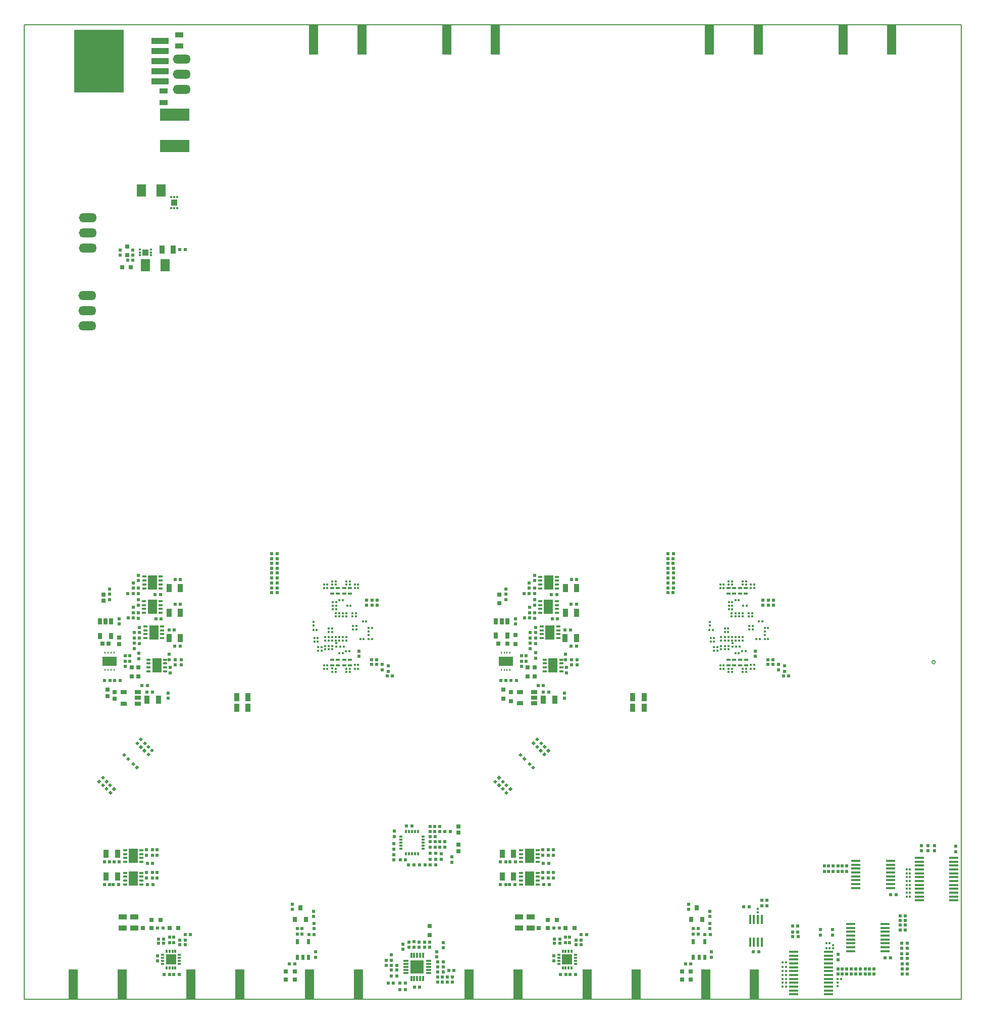
<source format=gbp>
G04 #@! TF.FileFunction,Paste,Bot*
%FSLAX46Y46*%
G04 Gerber Fmt 4.6, Leading zero omitted, Abs format (unit mm)*
G04 Created by KiCad (PCBNEW 4.0.7-e2-6376~61~ubuntu18.04.1) date Tue Nov 15 11:44:20 2022*
%MOMM*%
%LPD*%
G01*
G04 APERTURE LIST*
%ADD10C,0.150000*%
%ADD11C,0.100000*%
%ADD12C,0.200000*%
%ADD13R,0.300000X0.350000*%
%ADD14R,1.500000X0.450000*%
%ADD15R,3.000000X1.000000*%
%ADD16R,8.400000X10.600000*%
%ADD17R,1.600000X2.350000*%
%ADD18R,0.650000X0.300000*%
%ADD19R,0.495300X0.495300*%
%ADD20R,1.000000X0.700000*%
%ADD21R,0.899160X1.399540*%
%ADD22C,0.150000*%
%ADD23R,0.150000X0.300000*%
%ADD24R,2.340000X1.500000*%
%ADD25R,0.800000X0.700000*%
%ADD26R,0.700000X0.800000*%
%ADD27R,0.698500X0.797560*%
%ADD28R,0.797560X0.698500*%
%ADD29R,0.350000X0.300000*%
%ADD30R,0.657860X0.355600*%
%ADD31R,0.500000X0.300000*%
%ADD32R,0.300000X0.600000*%
%ADD33R,1.750000X1.750000*%
%ADD34R,1.399540X0.899160*%
%ADD35R,0.600000X0.900000*%
%ADD36R,0.800000X0.900000*%
%ADD37R,1.496060X5.000000*%
%ADD38R,0.700000X1.000000*%
%ADD39R,1.524000X2.032000*%
%ADD40R,5.000000X2.000000*%
%ADD41R,0.800000X0.800000*%
%ADD42R,1.100000X1.000000*%
%ADD43R,0.320000X0.430000*%
%ADD44R,1.000000X1.100000*%
%ADD45R,0.430000X0.320000*%
%ADD46R,0.299720X0.949960*%
%ADD47R,0.949960X0.299720*%
%ADD48R,2.250440X2.250440*%
%ADD49R,0.350000X0.600000*%
%ADD50R,0.600000X0.350000*%
%ADD51O,2.994660X1.524000*%
%ADD52R,0.450000X1.500000*%
G04 APERTURE END LIST*
D10*
D11*
X214520000Y-99480000D02*
X214520000Y-99470000D01*
D12*
X57390000Y-99480000D02*
X214520000Y-99480000D01*
X57390000Y-99480000D02*
X57390000Y-262740000D01*
X214520000Y-262730000D02*
X214520000Y-99480000D01*
X57390000Y-262740000D02*
X214520000Y-262740000D01*
D10*
X210213263Y-206285000D02*
G75*
G03X210213263Y-206285000I-282843J0D01*
G01*
D13*
X205945000Y-244270000D03*
X205395000Y-244270000D03*
D14*
X207500000Y-239075000D03*
X207500000Y-239725000D03*
X207500000Y-240375000D03*
X207500000Y-241025000D03*
X207500000Y-241675000D03*
X207500000Y-242325000D03*
X207500000Y-242975000D03*
X207500000Y-243625000D03*
X207500000Y-244275000D03*
X207500000Y-244925000D03*
X207500000Y-245575000D03*
X207500000Y-246225000D03*
X213300000Y-246225000D03*
X213300000Y-245575000D03*
X213300000Y-244925000D03*
X213300000Y-244275000D03*
X213300000Y-243625000D03*
X213300000Y-242975000D03*
X213300000Y-239075000D03*
X213300000Y-239725000D03*
X213300000Y-240375000D03*
X213300000Y-241025000D03*
X213300000Y-241675000D03*
X213300000Y-242325000D03*
D15*
X80210420Y-108935420D03*
X80210420Y-107235420D03*
X80210420Y-105535420D03*
X80210420Y-103835420D03*
X80210420Y-102135420D03*
D16*
X69910420Y-105535420D03*
D17*
X78890000Y-197030000D03*
D18*
X80265000Y-196705000D03*
X80265000Y-197355000D03*
X80265000Y-198005000D03*
X80265000Y-196054520D03*
X77515000Y-196054520D03*
X77515000Y-198005240D03*
X77515000Y-197355000D03*
X77515000Y-196705000D03*
D19*
X119008740Y-255350420D03*
X119008740Y-256249580D03*
D20*
X140540000Y-211300000D03*
X140540000Y-213200000D03*
X142940000Y-213200000D03*
X142940000Y-211300000D03*
X142940000Y-212250000D03*
X74090000Y-211310000D03*
X74090000Y-213210000D03*
X76490000Y-213210000D03*
X76490000Y-211310000D03*
X76490000Y-212260000D03*
D19*
X146230420Y-250870000D03*
X147129580Y-250870000D03*
D10*
G36*
X144438637Y-219849897D02*
X144088407Y-220200127D01*
X143738177Y-219849897D01*
X144088407Y-219499667D01*
X144438637Y-219849897D01*
X144438637Y-219849897D01*
G37*
G36*
X143802835Y-219214095D02*
X143452605Y-219564325D01*
X143102375Y-219214095D01*
X143452605Y-218863865D01*
X143802835Y-219214095D01*
X143802835Y-219214095D01*
G37*
D21*
X150062500Y-193900000D03*
X148157500Y-193900000D03*
X150052500Y-198000000D03*
X148147500Y-198000000D03*
D19*
X142109580Y-194800000D03*
X141210420Y-194800000D03*
X143010000Y-192609580D03*
X143010000Y-191710420D03*
X142110000Y-193899580D03*
X142110000Y-193000420D03*
X142990000Y-193900420D03*
X142990000Y-194799580D03*
X146719580Y-194970000D03*
X145820420Y-194970000D03*
X150059580Y-192440000D03*
X149160420Y-192440000D03*
X150039580Y-196550000D03*
X149140420Y-196550000D03*
D18*
X146725000Y-193905000D03*
X146725000Y-193255000D03*
X146725000Y-192605000D03*
X146725000Y-191955000D03*
X143975000Y-191955000D03*
X143975000Y-192605000D03*
X143975000Y-193255000D03*
X143975000Y-193905000D03*
D17*
X145350000Y-192930000D03*
D18*
X146705000Y-198005000D03*
X146705000Y-197355000D03*
X146705000Y-196705000D03*
X146705000Y-196055000D03*
X143955000Y-196055000D03*
X143955000Y-196705000D03*
X143955000Y-197355000D03*
X143955000Y-198005000D03*
D17*
X145330000Y-197030000D03*
D19*
X142189580Y-198890000D03*
X141290420Y-198890000D03*
X143010000Y-196699580D03*
X143010000Y-195800420D03*
X142190000Y-197979580D03*
X142190000Y-197080420D03*
X143010000Y-198000420D03*
X143010000Y-198899580D03*
X146839580Y-199030000D03*
X145940420Y-199030000D03*
D22*
X137900000Y-207345000D03*
D23*
X137900000Y-207545000D03*
X137400000Y-207545000D03*
D22*
X137400000Y-207345000D03*
X138400000Y-207345000D03*
D23*
X138400000Y-207545000D03*
X138900000Y-207545000D03*
D22*
X138900000Y-207345000D03*
X138900000Y-204895000D03*
D23*
X138900000Y-204695000D03*
X138400000Y-204695000D03*
D22*
X138400000Y-204895000D03*
X137400000Y-204895000D03*
D23*
X137400000Y-204695000D03*
X137900000Y-204695000D03*
D22*
X137900000Y-204895000D03*
D24*
X138150000Y-206120000D03*
D19*
X138190000Y-194909580D03*
X138190000Y-194010420D03*
X138190000Y-194910420D03*
X138190000Y-195809580D03*
X137330420Y-209320000D03*
X138229580Y-209320000D03*
X139040420Y-209330000D03*
X139939580Y-209330000D03*
D21*
X146372500Y-212610000D03*
X144467500Y-212610000D03*
D25*
X137120000Y-194920000D03*
X137120000Y-196420000D03*
X139780000Y-201760000D03*
X139780000Y-203260000D03*
X139040000Y-211300000D03*
X139040000Y-212800000D03*
D26*
X136940000Y-203170000D03*
X138440000Y-203170000D03*
D19*
X144470420Y-211310000D03*
X145369580Y-211310000D03*
D25*
X137810000Y-212380000D03*
X137810000Y-210880000D03*
D19*
X147980000Y-212339580D03*
X147980000Y-211440420D03*
D18*
X144715000Y-205865000D03*
X144715000Y-206515000D03*
X144715000Y-207165000D03*
X144715000Y-207815000D03*
X147465000Y-207815000D03*
X147465000Y-207165000D03*
X147465000Y-206515000D03*
X147465000Y-205865000D03*
D17*
X146090000Y-206840000D03*
D19*
X150150000Y-205850420D03*
X150150000Y-206749580D03*
X148310000Y-207170420D03*
X148310000Y-208069580D03*
X149210000Y-205860420D03*
X149210000Y-206759580D03*
X140820000Y-206109580D03*
X140820000Y-205210420D03*
X140820000Y-206110420D03*
X140820000Y-207009580D03*
X148160000Y-205859580D03*
X148160000Y-204960420D03*
D25*
X143020000Y-207190000D03*
X143020000Y-208690000D03*
X141870000Y-207190000D03*
X141870000Y-208690000D03*
D18*
X146965000Y-202245000D03*
X146965000Y-201595000D03*
X146965000Y-200945000D03*
X146965000Y-200295000D03*
X144215000Y-200295000D03*
X144215000Y-200945000D03*
X144215000Y-201595000D03*
X144215000Y-202245000D03*
D17*
X145590000Y-201270000D03*
D19*
X141590000Y-206109580D03*
X141590000Y-205210420D03*
X142290000Y-203110420D03*
X142290000Y-204009580D03*
X143170000Y-201349580D03*
X143170000Y-200450420D03*
X142280000Y-202249580D03*
X142280000Y-201350420D03*
D21*
X150042500Y-202240000D03*
X148137500Y-202240000D03*
D19*
X143180000Y-202250420D03*
X143180000Y-203149580D03*
X148120420Y-200910000D03*
X149019580Y-200910000D03*
X150029580Y-203590000D03*
X149130420Y-203590000D03*
D21*
X71147500Y-242170000D03*
X73052500Y-242170000D03*
D17*
X79650000Y-206840000D03*
D18*
X78275000Y-207165000D03*
X78275000Y-206515000D03*
X78275000Y-205865000D03*
X78275000Y-207815480D03*
X81025000Y-207815480D03*
X81025000Y-205864760D03*
X81025000Y-206515000D03*
X81025000Y-207165000D03*
D17*
X79150000Y-201270000D03*
D18*
X80525000Y-200945000D03*
X80525000Y-201595000D03*
X80525000Y-202245000D03*
X80525000Y-200294520D03*
X77775000Y-200294520D03*
X77775000Y-202245240D03*
X77775000Y-201595000D03*
X77775000Y-200945000D03*
D17*
X78910000Y-192930000D03*
D18*
X80285000Y-192605000D03*
X80285000Y-193255000D03*
X80285000Y-193905000D03*
X80285000Y-191954520D03*
X77535000Y-191954520D03*
X77535000Y-193905240D03*
X77535000Y-193255000D03*
X77535000Y-192605000D03*
D21*
X83612500Y-198000000D03*
X81707500Y-198000000D03*
X83622500Y-193900000D03*
X81717500Y-193900000D03*
X79932500Y-212610000D03*
X78027500Y-212610000D03*
X83602500Y-202240000D03*
X81697500Y-202240000D03*
D27*
X70503900Y-203170000D03*
X71596100Y-203170000D03*
D28*
X70680000Y-194923900D03*
X70680000Y-196016100D03*
X73340000Y-202163900D03*
X73340000Y-203256100D03*
X71370000Y-211966100D03*
X71370000Y-210873900D03*
X72600000Y-211303900D03*
X72600000Y-212396100D03*
D19*
X81720000Y-205859580D03*
X81720000Y-204960420D03*
X76740000Y-202250420D03*
X76740000Y-203149580D03*
X76570000Y-198000420D03*
X76570000Y-198899580D03*
X76550000Y-193900420D03*
X76550000Y-194799580D03*
X81680420Y-200910000D03*
X82579580Y-200910000D03*
X81870000Y-207170420D03*
X81870000Y-208069580D03*
X76570000Y-196699580D03*
X76570000Y-195800420D03*
X83599580Y-196550000D03*
X82700420Y-196550000D03*
X80389580Y-199020000D03*
X79490420Y-199020000D03*
X83710000Y-205850420D03*
X83710000Y-206749580D03*
X75669580Y-194800000D03*
X74770420Y-194800000D03*
X83619580Y-192440000D03*
X82720420Y-192440000D03*
X80279580Y-194980000D03*
X79380420Y-194980000D03*
X70890420Y-209320000D03*
X71789580Y-209320000D03*
X72600420Y-209330000D03*
X73499580Y-209330000D03*
X74380000Y-206110420D03*
X74380000Y-207009580D03*
X74380000Y-206119580D03*
X74380000Y-205220420D03*
X71750000Y-194910420D03*
X71750000Y-195809580D03*
X71750000Y-194909580D03*
X71750000Y-194010420D03*
X76570000Y-192609580D03*
X76570000Y-191710420D03*
X82770000Y-205860420D03*
X82770000Y-206759580D03*
X75670000Y-193899580D03*
X75670000Y-193000420D03*
X75750000Y-197979580D03*
X75750000Y-197080420D03*
X75840000Y-202249580D03*
X75840000Y-201350420D03*
X76730000Y-201349580D03*
X76730000Y-200450420D03*
X83589580Y-203590000D03*
X82690420Y-203590000D03*
X81540000Y-212339580D03*
X81540000Y-211440420D03*
X75850000Y-203110420D03*
X75850000Y-204009580D03*
X75749580Y-198890000D03*
X74850420Y-198890000D03*
X78020420Y-211310000D03*
X78919580Y-211310000D03*
D29*
X173100000Y-203775000D03*
X173100000Y-204325000D03*
X173700000Y-203775000D03*
X173700000Y-204325000D03*
X175500000Y-202625000D03*
X175500000Y-202075000D03*
X175500000Y-203575000D03*
X175500000Y-204125000D03*
X174900000Y-202625000D03*
X174900000Y-202075000D03*
D13*
X180765000Y-202430000D03*
X180215000Y-202430000D03*
D29*
X179490000Y-198075000D03*
X179490000Y-198625000D03*
X174900000Y-203575000D03*
X174900000Y-204125000D03*
X178900000Y-198075000D03*
X178900000Y-198625000D03*
X174300000Y-202625000D03*
X174300000Y-202075000D03*
X174300000Y-203575000D03*
X174300000Y-204125000D03*
D13*
X181615000Y-200530000D03*
X182165000Y-200530000D03*
D29*
X176100000Y-202625000D03*
X176100000Y-202075000D03*
X176700000Y-202625000D03*
X176700000Y-202075000D03*
D13*
X179565000Y-200830000D03*
X179015000Y-200830000D03*
D29*
X176690000Y-198075000D03*
X176690000Y-198625000D03*
D13*
X179565000Y-200240000D03*
X179015000Y-200240000D03*
D29*
X177900000Y-202625000D03*
X177900000Y-202075000D03*
X176080000Y-198075000D03*
X176080000Y-198625000D03*
X177300000Y-202625000D03*
X177300000Y-202075000D03*
X177890000Y-198075000D03*
X177890000Y-198625000D03*
D13*
X177265000Y-204780000D03*
X176715000Y-204780000D03*
X174925000Y-200650000D03*
X175475000Y-200650000D03*
D29*
X177290000Y-198075000D03*
X177290000Y-198625000D03*
D13*
X174925000Y-201260000D03*
X175475000Y-201260000D03*
X176715000Y-195890000D03*
X177265000Y-195890000D03*
X172535000Y-202850000D03*
X173085000Y-202850000D03*
X172535000Y-202260000D03*
X173085000Y-202260000D03*
X178025000Y-196860000D03*
X178575000Y-196860000D03*
X182165000Y-202430000D03*
X181615000Y-202430000D03*
X177825000Y-204450000D03*
X178375000Y-204450000D03*
D29*
X176200000Y-203115000D03*
X176200000Y-203665000D03*
X181590000Y-201155000D03*
X181590000Y-201705000D03*
D13*
X176155000Y-196220000D03*
X175605000Y-196220000D03*
X176165000Y-196860000D03*
X175615000Y-196860000D03*
X176165000Y-197450000D03*
X175615000Y-197450000D03*
X180635000Y-199410000D03*
X181185000Y-199410000D03*
D19*
X180010000Y-204410420D03*
X180010000Y-205309580D03*
D29*
X177860000Y-193305000D03*
X177860000Y-192755000D03*
X176100000Y-193305000D03*
X176100000Y-192755000D03*
X178460000Y-193305000D03*
X178460000Y-192755000D03*
D13*
X179835000Y-207380000D03*
X179285000Y-207380000D03*
X179825000Y-193300000D03*
X179275000Y-193300000D03*
X174145000Y-193290000D03*
X174695000Y-193290000D03*
D30*
X178450000Y-193888200D03*
X178450000Y-194751800D03*
X176470000Y-193888200D03*
X176470000Y-194751800D03*
X177500000Y-193888200D03*
X177500000Y-194751800D03*
X175510000Y-193888200D03*
X175510000Y-194751800D03*
D13*
X179285000Y-206770000D03*
X179835000Y-206770000D03*
X179275000Y-193890000D03*
X179825000Y-193890000D03*
X174695000Y-193890000D03*
X174145000Y-193890000D03*
D19*
X73349580Y-239770000D03*
X72450420Y-239770000D03*
D13*
X172895000Y-200920000D03*
X172345000Y-200920000D03*
D19*
X182999580Y-205910000D03*
X182100420Y-205910000D03*
X184920000Y-206940420D03*
X184920000Y-207839580D03*
X185619580Y-208620000D03*
X184720420Y-208620000D03*
D29*
X177870000Y-207375000D03*
X177870000Y-207925000D03*
X176120000Y-207375000D03*
X176120000Y-207925000D03*
X178470000Y-207365000D03*
X178470000Y-207915000D03*
X175500000Y-193305000D03*
X175500000Y-192755000D03*
X175520000Y-207375000D03*
X175520000Y-207925000D03*
X172390000Y-200095000D03*
X172390000Y-199545000D03*
D13*
X174145000Y-207380000D03*
X174695000Y-207380000D03*
D30*
X177510000Y-206781800D03*
X177510000Y-205918200D03*
X175520000Y-206781800D03*
X175520000Y-205918200D03*
X178470000Y-206781800D03*
X178470000Y-205918200D03*
X176480000Y-206781800D03*
X176480000Y-205918200D03*
D19*
X183930000Y-206670420D03*
X183930000Y-207569580D03*
X182999580Y-206670000D03*
X182100420Y-206670000D03*
D13*
X174695000Y-206780000D03*
X174145000Y-206780000D03*
D19*
X70850420Y-239770000D03*
X71749580Y-239770000D03*
D21*
X71147500Y-238370000D03*
X73052500Y-238370000D03*
D19*
X78900000Y-237720420D03*
X78900000Y-238619580D03*
X78949580Y-239970000D03*
X78050420Y-239970000D03*
X70850420Y-243520000D03*
X71749580Y-243520000D03*
X73249580Y-243520000D03*
X72350420Y-243520000D03*
X77900000Y-241520420D03*
X77900000Y-242419580D03*
X77900000Y-237720420D03*
X77900000Y-238619580D03*
X78900000Y-241520420D03*
X78900000Y-242419580D03*
X78999580Y-243520000D03*
X78100420Y-243520000D03*
D18*
X74325000Y-237795000D03*
X74325000Y-238445000D03*
X74325000Y-239095000D03*
X74325000Y-239745000D03*
X77075000Y-239745000D03*
X77075000Y-239095000D03*
X77075000Y-238445000D03*
X77075000Y-237795000D03*
D17*
X75700000Y-238770000D03*
D18*
X74325000Y-241595000D03*
X74325000Y-242245000D03*
X74325000Y-242895000D03*
X74325000Y-243545000D03*
X77075000Y-243545000D03*
X77075000Y-242895000D03*
X77075000Y-242245000D03*
X77075000Y-241595000D03*
D17*
X75700000Y-242570000D03*
D19*
X137290420Y-239770000D03*
X138189580Y-239770000D03*
X137290420Y-243520000D03*
X138189580Y-243520000D03*
X139789580Y-239770000D03*
X138890420Y-239770000D03*
X139689580Y-243520000D03*
X138790420Y-243520000D03*
X144340000Y-241520420D03*
X144340000Y-242419580D03*
X144340000Y-237720420D03*
X144340000Y-238619580D03*
D21*
X137587500Y-242170000D03*
X139492500Y-242170000D03*
D19*
X79700000Y-241520420D03*
X79700000Y-242419580D03*
X79700000Y-237720420D03*
X79700000Y-238619580D03*
X145340000Y-241520420D03*
X145340000Y-242419580D03*
X145439580Y-243520000D03*
X144540420Y-243520000D03*
X145340000Y-237720420D03*
X145340000Y-238619580D03*
X145389580Y-239970000D03*
X144490420Y-239970000D03*
X146140000Y-241520420D03*
X146140000Y-242419580D03*
X146140000Y-237720420D03*
X146140000Y-238619580D03*
D18*
X140765000Y-237795000D03*
X140765000Y-238445000D03*
X140765000Y-239095000D03*
X140765000Y-239745000D03*
X143515000Y-239745000D03*
X143515000Y-239095000D03*
X143515000Y-238445000D03*
X143515000Y-237795000D03*
D17*
X142140000Y-238770000D03*
D18*
X140765000Y-241595000D03*
X140765000Y-242245000D03*
X140765000Y-242895000D03*
X140765000Y-243545000D03*
X143515000Y-243545000D03*
X143515000Y-242895000D03*
X143515000Y-242245000D03*
X143515000Y-241595000D03*
D17*
X142140000Y-242570000D03*
D10*
G36*
X76688131Y-223937901D02*
X76337901Y-224288131D01*
X75987671Y-223937901D01*
X76337901Y-223587671D01*
X76688131Y-223937901D01*
X76688131Y-223937901D01*
G37*
G36*
X76052329Y-223302099D02*
X75702099Y-223652329D01*
X75351869Y-223302099D01*
X75702099Y-222951869D01*
X76052329Y-223302099D01*
X76052329Y-223302099D01*
G37*
G36*
X73861869Y-221822099D02*
X74212099Y-221471869D01*
X74562329Y-221822099D01*
X74212099Y-222172329D01*
X73861869Y-221822099D01*
X73861869Y-221822099D01*
G37*
G36*
X74497671Y-222457901D02*
X74847901Y-222107671D01*
X75198131Y-222457901D01*
X74847901Y-222808131D01*
X74497671Y-222457901D01*
X74497671Y-222457901D01*
G37*
G36*
X77881869Y-220442099D02*
X78232099Y-220091869D01*
X78582329Y-220442099D01*
X78232099Y-220792329D01*
X77881869Y-220442099D01*
X77881869Y-220442099D01*
G37*
G36*
X78517671Y-221077901D02*
X78867901Y-220727671D01*
X79218131Y-221077901D01*
X78867901Y-221428131D01*
X78517671Y-221077901D01*
X78517671Y-221077901D01*
G37*
G36*
X77988131Y-219847901D02*
X77637901Y-220198131D01*
X77287671Y-219847901D01*
X77637901Y-219497671D01*
X77988131Y-219847901D01*
X77988131Y-219847901D01*
G37*
G36*
X77352329Y-219212099D02*
X77002099Y-219562329D01*
X76651869Y-219212099D01*
X77002099Y-218861869D01*
X77352329Y-219212099D01*
X77352329Y-219212099D01*
G37*
G36*
X70871869Y-227512099D02*
X71222099Y-227161869D01*
X71572329Y-227512099D01*
X71222099Y-227862329D01*
X70871869Y-227512099D01*
X70871869Y-227512099D01*
G37*
G36*
X71507671Y-228147901D02*
X71857901Y-227797671D01*
X72208131Y-228147901D01*
X71857901Y-228498131D01*
X71507671Y-228147901D01*
X71507671Y-228147901D01*
G37*
G36*
X70968131Y-226917901D02*
X70617901Y-227268131D01*
X70267671Y-226917901D01*
X70617901Y-226567671D01*
X70968131Y-226917901D01*
X70968131Y-226917901D01*
G37*
G36*
X70332329Y-226282099D02*
X69982099Y-226632329D01*
X69631869Y-226282099D01*
X69982099Y-225931869D01*
X70332329Y-226282099D01*
X70332329Y-226282099D01*
G37*
D26*
X101270000Y-259460000D03*
X102770000Y-259460000D03*
X101270000Y-258100000D03*
X102770000Y-258100000D03*
D19*
X101860420Y-256860000D03*
X102759580Y-256860000D03*
X105130420Y-251970000D03*
X106029580Y-251970000D03*
X79790420Y-250870000D03*
X80689580Y-250870000D03*
X81780000Y-252360420D03*
X81780000Y-253259580D03*
X82460000Y-252360420D03*
X82460000Y-253259580D03*
X80799580Y-252720000D03*
X79900420Y-252720000D03*
X84389580Y-252910000D03*
X83490420Y-252910000D03*
X80799580Y-253420000D03*
X79900420Y-253420000D03*
X84389580Y-253600000D03*
X83490420Y-253600000D03*
X79800000Y-255460420D03*
X79800000Y-256359580D03*
D10*
G36*
X140302232Y-221816248D02*
X140652462Y-221466018D01*
X141002692Y-221816248D01*
X140652462Y-222166478D01*
X140302232Y-221816248D01*
X140302232Y-221816248D01*
G37*
G36*
X140938034Y-222452050D02*
X141288264Y-222101820D01*
X141638494Y-222452050D01*
X141288264Y-222802280D01*
X140938034Y-222452050D01*
X140938034Y-222452050D01*
G37*
D26*
X167710000Y-259460000D03*
X169210000Y-259460000D03*
D10*
G36*
X143130489Y-223929904D02*
X142780259Y-224280134D01*
X142430029Y-223929904D01*
X142780259Y-223579674D01*
X143130489Y-223929904D01*
X143130489Y-223929904D01*
G37*
G36*
X142494687Y-223294102D02*
X142144457Y-223644332D01*
X141794227Y-223294102D01*
X142144457Y-222943872D01*
X142494687Y-223294102D01*
X142494687Y-223294102D01*
G37*
D26*
X167710000Y-258090000D03*
X169210000Y-258090000D03*
D10*
G36*
X144325670Y-220451532D02*
X144675900Y-220101302D01*
X145026130Y-220451532D01*
X144675900Y-220801762D01*
X144325670Y-220451532D01*
X144325670Y-220451532D01*
G37*
G36*
X144961472Y-221087334D02*
X145311702Y-220737104D01*
X145661932Y-221087334D01*
X145311702Y-221437564D01*
X144961472Y-221087334D01*
X144961472Y-221087334D01*
G37*
D19*
X168300420Y-256860000D03*
X169199580Y-256860000D03*
X171560420Y-251970000D03*
X172459580Y-251970000D03*
D10*
G36*
X137311170Y-227508458D02*
X137661400Y-227158228D01*
X138011630Y-227508458D01*
X137661400Y-227858688D01*
X137311170Y-227508458D01*
X137311170Y-227508458D01*
G37*
G36*
X137946972Y-228144260D02*
X138297202Y-227794030D01*
X138647432Y-228144260D01*
X138297202Y-228494490D01*
X137946972Y-228144260D01*
X137946972Y-228144260D01*
G37*
G36*
X137409996Y-226920965D02*
X137059766Y-227271195D01*
X136709536Y-226920965D01*
X137059766Y-226570735D01*
X137409996Y-226920965D01*
X137409996Y-226920965D01*
G37*
G36*
X136774194Y-226285163D02*
X136423964Y-226635393D01*
X136073734Y-226285163D01*
X136423964Y-225934933D01*
X136774194Y-226285163D01*
X136774194Y-226285163D01*
G37*
D19*
X148220000Y-252360420D03*
X148220000Y-253259580D03*
X148900000Y-252360420D03*
X148900000Y-253259580D03*
X147239580Y-252720000D03*
X146340420Y-252720000D03*
X150829580Y-252910000D03*
X149930420Y-252910000D03*
X147239580Y-253420000D03*
X146340420Y-253420000D03*
X150829580Y-253600000D03*
X149930420Y-253600000D03*
X146240000Y-255470420D03*
X146240000Y-256369580D03*
D31*
X80620000Y-255370000D03*
X80620000Y-255870000D03*
X80620000Y-256370000D03*
X80620000Y-256870000D03*
D32*
X81270000Y-257520000D03*
X81770000Y-257520000D03*
X82270000Y-257520000D03*
X82770000Y-257520000D03*
D31*
X83420000Y-256870000D03*
X83420000Y-256370000D03*
X83420000Y-255870000D03*
X83420000Y-255370000D03*
D32*
X82770000Y-254720000D03*
X82270000Y-254720000D03*
X81770000Y-254720000D03*
X81270000Y-254720000D03*
D33*
X82020000Y-256120000D03*
D31*
X147070000Y-255370000D03*
X147070000Y-255870000D03*
X147070000Y-256370000D03*
X147070000Y-256870000D03*
D32*
X147720000Y-257520000D03*
X148220000Y-257520000D03*
X148720000Y-257520000D03*
X149220000Y-257520000D03*
D31*
X149870000Y-256870000D03*
X149870000Y-256370000D03*
X149870000Y-255870000D03*
X149870000Y-255370000D03*
D32*
X149220000Y-254720000D03*
X148720000Y-254720000D03*
X148220000Y-254720000D03*
X147720000Y-254720000D03*
D33*
X148470000Y-256120000D03*
D19*
X165350420Y-194640000D03*
X166249580Y-194640000D03*
X165360420Y-193820000D03*
X166259580Y-193820000D03*
X165360420Y-193000000D03*
X166259580Y-193000000D03*
X165360420Y-192180000D03*
X166259580Y-192180000D03*
X165360420Y-191360000D03*
X166259580Y-191360000D03*
X165350420Y-189740000D03*
X166249580Y-189740000D03*
X165360420Y-190550000D03*
X166259580Y-190550000D03*
X165350420Y-188940000D03*
X166249580Y-188940000D03*
X165360420Y-188070000D03*
X166259580Y-188070000D03*
D10*
G36*
X76021869Y-219852099D02*
X76372099Y-219501869D01*
X76722329Y-219852099D01*
X76372099Y-220202329D01*
X76021869Y-219852099D01*
X76021869Y-219852099D01*
G37*
G36*
X76657671Y-220487901D02*
X77007901Y-220137671D01*
X77358131Y-220487901D01*
X77007901Y-220838131D01*
X76657671Y-220487901D01*
X76657671Y-220487901D01*
G37*
G36*
X72828131Y-227517901D02*
X72477901Y-227868131D01*
X72127671Y-227517901D01*
X72477901Y-227167671D01*
X72828131Y-227517901D01*
X72828131Y-227517901D01*
G37*
G36*
X72192329Y-226882099D02*
X71842099Y-227232329D01*
X71491869Y-226882099D01*
X71842099Y-226531869D01*
X72192329Y-226882099D01*
X72192329Y-226882099D01*
G37*
G36*
X70271869Y-225652099D02*
X70622099Y-225301869D01*
X70972329Y-225652099D01*
X70622099Y-226002329D01*
X70271869Y-225652099D01*
X70271869Y-225652099D01*
G37*
G36*
X70907671Y-226287901D02*
X71257901Y-225937671D01*
X71608131Y-226287901D01*
X71257901Y-226638131D01*
X70907671Y-226287901D01*
X70907671Y-226287901D01*
G37*
D19*
X106250000Y-255739580D03*
X106250000Y-254840420D03*
X104020000Y-251829580D03*
X104020000Y-250930420D03*
X103200000Y-250940420D03*
X103200000Y-251839580D03*
X105990000Y-250060420D03*
X105990000Y-250959580D03*
X105940000Y-248020420D03*
X105940000Y-248919580D03*
D34*
X73960000Y-250872500D03*
X73960000Y-248967500D03*
X75880000Y-250872500D03*
X75880000Y-248967500D03*
D26*
X77290000Y-250870000D03*
X78790000Y-250870000D03*
X78780000Y-249460000D03*
X80280000Y-249460000D03*
X81780000Y-250840000D03*
X83280000Y-250840000D03*
D19*
X81789580Y-258630000D03*
X80890420Y-258630000D03*
X83409580Y-258630000D03*
X82510420Y-258630000D03*
D10*
G36*
X145018463Y-221716659D02*
X144668233Y-222066889D01*
X144318003Y-221716659D01*
X144668233Y-221366429D01*
X145018463Y-221716659D01*
X145018463Y-221716659D01*
G37*
G36*
X144382661Y-221080857D02*
X144032431Y-221431087D01*
X143682201Y-221080857D01*
X144032431Y-220730627D01*
X144382661Y-221080857D01*
X144382661Y-221080857D01*
G37*
G36*
X142465978Y-219850492D02*
X142816208Y-219500262D01*
X143166438Y-219850492D01*
X142816208Y-220200722D01*
X142465978Y-219850492D01*
X142465978Y-219850492D01*
G37*
G36*
X143101780Y-220486294D02*
X143452010Y-220136064D01*
X143802240Y-220486294D01*
X143452010Y-220836524D01*
X143101780Y-220486294D01*
X143101780Y-220486294D01*
G37*
D19*
X172690000Y-255739580D03*
X172690000Y-254840420D03*
X170460000Y-251839580D03*
X170460000Y-250940420D03*
X169640000Y-250940420D03*
X169640000Y-251839580D03*
D10*
G36*
X139276757Y-227514935D02*
X138926527Y-227865165D01*
X138576297Y-227514935D01*
X138926527Y-227164705D01*
X139276757Y-227514935D01*
X139276757Y-227514935D01*
G37*
G36*
X138640955Y-226879133D02*
X138290725Y-227229363D01*
X137940495Y-226879133D01*
X138290725Y-226528903D01*
X138640955Y-226879133D01*
X138640955Y-226879133D01*
G37*
G36*
X136710130Y-225648767D02*
X137060360Y-225298537D01*
X137410590Y-225648767D01*
X137060360Y-225998997D01*
X136710130Y-225648767D01*
X136710130Y-225648767D01*
G37*
G36*
X137345932Y-226284569D02*
X137696162Y-225934339D01*
X138046392Y-226284569D01*
X137696162Y-226634799D01*
X137345932Y-226284569D01*
X137345932Y-226284569D01*
G37*
D19*
X172430000Y-250060420D03*
X172430000Y-250959580D03*
X172380000Y-248020420D03*
X172380000Y-248919580D03*
D34*
X140400000Y-250872500D03*
X140400000Y-248967500D03*
X142330000Y-250872500D03*
X142330000Y-248967500D03*
D26*
X143730000Y-250870000D03*
X145230000Y-250870000D03*
X145230000Y-249460000D03*
X146730000Y-249460000D03*
X148220000Y-250840000D03*
X149720000Y-250840000D03*
D19*
X148229580Y-258630000D03*
X147330420Y-258630000D03*
X149849580Y-258630000D03*
X148950420Y-258630000D03*
D35*
X105090000Y-253130000D03*
X103190000Y-253130000D03*
X103190000Y-255730000D03*
X104140000Y-255730000D03*
X105090000Y-255730000D03*
X171540000Y-253130000D03*
X169640000Y-253130000D03*
X169640000Y-255730000D03*
X170590000Y-255730000D03*
X171540000Y-255730000D03*
D36*
X102790000Y-249440000D03*
X104690000Y-249440000D03*
X103740000Y-247440000D03*
X169230000Y-249430000D03*
X171130000Y-249430000D03*
X170180000Y-247430000D03*
D10*
G36*
X78578131Y-221717901D02*
X78227901Y-222068131D01*
X77877671Y-221717901D01*
X78227901Y-221367671D01*
X78578131Y-221717901D01*
X78578131Y-221717901D01*
G37*
G36*
X77942329Y-221082099D02*
X77592099Y-221432329D01*
X77241869Y-221082099D01*
X77592099Y-220731869D01*
X77942329Y-221082099D01*
X77942329Y-221082099D01*
G37*
D25*
X75430000Y-207190000D03*
X75430000Y-208690000D03*
X76580000Y-207190000D03*
X76580000Y-208690000D03*
D19*
X75150000Y-206109580D03*
X75150000Y-205210420D03*
X76680000Y-205709580D03*
X76680000Y-204810420D03*
D22*
X71460000Y-207345000D03*
D23*
X71460000Y-207545000D03*
X70960000Y-207545000D03*
D22*
X70960000Y-207345000D03*
X71960000Y-207345000D03*
D23*
X71960000Y-207545000D03*
X72460000Y-207545000D03*
D22*
X72460000Y-207345000D03*
X72460000Y-204895000D03*
D23*
X72460000Y-204695000D03*
X71960000Y-204695000D03*
D22*
X71960000Y-204895000D03*
X70960000Y-204895000D03*
D23*
X70960000Y-204695000D03*
X71460000Y-204695000D03*
D22*
X71460000Y-204895000D03*
D24*
X71710000Y-206120000D03*
D37*
X180540420Y-101985420D03*
X172340420Y-101985420D03*
X202910420Y-101985420D03*
X194710420Y-101985420D03*
D19*
X168850000Y-246830420D03*
X168850000Y-247729580D03*
X150840420Y-251910000D03*
X151739580Y-251910000D03*
D21*
X137587500Y-238370000D03*
X139492500Y-238370000D03*
D37*
X136450000Y-101980000D03*
X128250000Y-101980000D03*
X114100000Y-101980000D03*
X105900000Y-101980000D03*
D19*
X102410000Y-246830420D03*
X102410000Y-247729580D03*
X84400420Y-251910000D03*
X85299580Y-251910000D03*
D21*
X161372500Y-212140000D03*
X159467500Y-212140000D03*
D19*
X143150000Y-205629580D03*
X143150000Y-204730420D03*
D13*
X177385000Y-203660000D03*
X176835000Y-203660000D03*
D19*
X182180000Y-196779580D03*
X182180000Y-195880420D03*
X181280000Y-195880420D03*
X181280000Y-196779580D03*
X183060000Y-196779580D03*
X183060000Y-195880420D03*
X77140420Y-210170000D03*
X78039580Y-210170000D03*
X73330000Y-199899580D03*
X73330000Y-199000420D03*
X143570420Y-210240000D03*
X144469580Y-210240000D03*
X139840000Y-199889580D03*
X139840000Y-198990420D03*
D38*
X70110000Y-201880000D03*
X72010000Y-201880000D03*
X72010000Y-199480000D03*
X70110000Y-199480000D03*
X71060000Y-199480000D03*
X136540000Y-201850000D03*
X138440000Y-201850000D03*
X138440000Y-199450000D03*
X136540000Y-199450000D03*
X137490000Y-199450000D03*
D29*
X106660000Y-203775000D03*
X106660000Y-204325000D03*
X107260000Y-203775000D03*
X107260000Y-204325000D03*
X109060000Y-202625000D03*
X109060000Y-202075000D03*
X109060000Y-203575000D03*
X109060000Y-204125000D03*
X108460000Y-202625000D03*
X108460000Y-202075000D03*
D13*
X114325000Y-202430000D03*
X113775000Y-202430000D03*
D29*
X113050000Y-198075000D03*
X113050000Y-198625000D03*
X108460000Y-203575000D03*
X108460000Y-204125000D03*
X112460000Y-198075000D03*
X112460000Y-198625000D03*
X107860000Y-202625000D03*
X107860000Y-202075000D03*
X107860000Y-203575000D03*
X107860000Y-204125000D03*
D13*
X115175000Y-200530000D03*
X115725000Y-200530000D03*
D29*
X110260000Y-202625000D03*
X110260000Y-202075000D03*
X109660000Y-202625000D03*
X109660000Y-202075000D03*
D13*
X113125000Y-200830000D03*
X112575000Y-200830000D03*
D29*
X109650000Y-198075000D03*
X109650000Y-198625000D03*
D13*
X113125000Y-200240000D03*
X112575000Y-200240000D03*
D29*
X110860000Y-202625000D03*
X110860000Y-202075000D03*
X110250000Y-198075000D03*
X110250000Y-198625000D03*
X111460000Y-202625000D03*
X111460000Y-202075000D03*
D13*
X106455000Y-200920000D03*
X105905000Y-200920000D03*
D29*
X110850000Y-198075000D03*
X110850000Y-198625000D03*
D13*
X110825000Y-204780000D03*
X110275000Y-204780000D03*
X108485000Y-200650000D03*
X109035000Y-200650000D03*
D29*
X111450000Y-198075000D03*
X111450000Y-198625000D03*
D13*
X108485000Y-201260000D03*
X109035000Y-201260000D03*
X110275000Y-195890000D03*
X110825000Y-195890000D03*
D19*
X205529580Y-257710000D03*
X204630420Y-257710000D03*
X194610420Y-257670420D03*
X194610420Y-258569580D03*
X193890420Y-257670420D03*
X193890420Y-258569580D03*
X205469580Y-255200000D03*
X204570420Y-255200000D03*
X205479580Y-255930000D03*
X204580420Y-255930000D03*
X196870420Y-257670420D03*
X196870420Y-258569580D03*
D39*
X80401000Y-127240000D03*
X77099000Y-127240000D03*
D19*
X118480000Y-206940420D03*
X118480000Y-207839580D03*
X129493320Y-257920000D03*
X128594160Y-257920000D03*
X127549160Y-259030420D03*
X127549160Y-259929580D03*
X83525840Y-137100420D03*
X84425000Y-137100420D03*
X126769160Y-259030420D03*
X126769160Y-259929580D03*
X127679160Y-257360000D03*
X126780000Y-257360000D03*
X126619160Y-254780420D03*
X126619160Y-255679580D03*
X119908740Y-257850000D03*
X119009580Y-257850000D03*
X122798740Y-254059580D03*
X122798740Y-253160420D03*
D39*
X77744420Y-139800000D03*
X81046420Y-139800000D03*
D19*
X119009160Y-257110000D03*
X119908320Y-257110000D03*
X122839580Y-260710000D03*
X123738740Y-260710000D03*
X196140420Y-257670420D03*
X196140420Y-258569580D03*
X118138740Y-256220420D03*
X118138740Y-257119580D03*
X120404160Y-260090000D03*
X121303320Y-260090000D03*
X75665420Y-138100000D03*
X75665420Y-137200840D03*
D25*
X74655420Y-138100420D03*
X74655420Y-136600420D03*
D19*
X118424160Y-260090000D03*
X119323320Y-260090000D03*
X73535420Y-138100000D03*
X73535420Y-137200840D03*
X201790420Y-255800000D03*
X202689580Y-255800000D03*
X202700420Y-245240000D03*
X203599580Y-245240000D03*
X198440420Y-257680420D03*
X198440420Y-258579580D03*
X205199580Y-250350000D03*
X204300420Y-250350000D03*
X199170420Y-257680420D03*
X199170420Y-258579580D03*
X124639160Y-240270000D03*
X123740000Y-240270000D03*
D29*
X112020000Y-193305000D03*
X112020000Y-192755000D03*
X109060000Y-193305000D03*
X109060000Y-192755000D03*
X112030000Y-207365000D03*
X112030000Y-207915000D03*
X109670000Y-207365000D03*
X109670000Y-207915000D03*
X111420000Y-193305000D03*
X111420000Y-192755000D03*
X109660000Y-193305000D03*
X109660000Y-192755000D03*
X111430000Y-207375000D03*
X111430000Y-207925000D03*
X109030000Y-207355000D03*
X109030000Y-207905000D03*
D19*
X129139580Y-239799580D03*
X129139580Y-238900420D03*
D28*
X130269580Y-234876100D03*
X130269580Y-233783900D03*
D19*
X125510000Y-239350000D03*
X126409160Y-239350000D03*
X127119580Y-237269580D03*
X127119580Y-236370420D03*
X125469580Y-236370420D03*
X125469580Y-237269580D03*
X205199580Y-251150000D03*
X204300420Y-251150000D03*
X126299580Y-237269580D03*
X126299580Y-236370420D03*
X119420000Y-239449580D03*
X119420000Y-238550420D03*
X116559580Y-205910000D03*
X115660420Y-205910000D03*
X119179580Y-208620000D03*
X118280420Y-208620000D03*
X125469580Y-233790420D03*
X125469580Y-234689580D03*
X126259580Y-234689580D03*
X126259580Y-233790420D03*
X127079580Y-234689580D03*
X127079580Y-233790420D03*
X193910000Y-255280420D03*
X193910000Y-256179580D03*
D40*
X82670420Y-114505420D03*
X82670420Y-119805420D03*
D19*
X187179580Y-252280000D03*
X186280420Y-252280000D03*
X192953740Y-252027080D03*
X192953740Y-251127920D03*
X190953740Y-252027080D03*
X190953740Y-251127920D03*
X192330420Y-241349580D03*
X192330420Y-240450420D03*
X193040420Y-241349580D03*
X193040420Y-240450420D03*
X194610420Y-241359580D03*
X194610420Y-240460420D03*
X193880420Y-241359580D03*
X193880420Y-240460420D03*
X213670000Y-238049580D03*
X213670000Y-237150420D03*
X207860000Y-237899580D03*
X207860000Y-237000420D03*
D13*
X106095000Y-202850000D03*
X106645000Y-202850000D03*
X106095000Y-202260000D03*
X106645000Y-202260000D03*
X111585000Y-196860000D03*
X112135000Y-196860000D03*
X115725000Y-202430000D03*
X115175000Y-202430000D03*
X111385000Y-204450000D03*
X111935000Y-204450000D03*
X110975000Y-203660000D03*
X110425000Y-203660000D03*
D29*
X109760000Y-203115000D03*
X109760000Y-203665000D03*
X115150000Y-201155000D03*
X115150000Y-201705000D03*
X105950000Y-200095000D03*
X105950000Y-199545000D03*
D13*
X109715000Y-196220000D03*
X109165000Y-196220000D03*
X109725000Y-196860000D03*
X109175000Y-196860000D03*
X109725000Y-197450000D03*
X109175000Y-197450000D03*
D21*
X82437920Y-137100420D03*
X80532920Y-137100420D03*
D19*
X119903320Y-258870000D03*
X119004160Y-258870000D03*
D13*
X113395000Y-207380000D03*
X112845000Y-207380000D03*
X113385000Y-193300000D03*
X112835000Y-193300000D03*
X107705000Y-193290000D03*
X108255000Y-193290000D03*
X107705000Y-207380000D03*
X108255000Y-207380000D03*
D28*
X130269580Y-237936100D03*
X130269580Y-236843900D03*
D30*
X112010000Y-193888200D03*
X112010000Y-194751800D03*
X110030000Y-193888200D03*
X110030000Y-194751800D03*
X111070000Y-206781800D03*
X111070000Y-205918200D03*
X109080000Y-206781800D03*
X109080000Y-205918200D03*
X111060000Y-193888200D03*
X111060000Y-194751800D03*
X109070000Y-193888200D03*
X109070000Y-194751800D03*
X112030000Y-206781800D03*
X112030000Y-205918200D03*
X110040000Y-206781800D03*
X110040000Y-205918200D03*
D41*
X75325420Y-140070420D03*
X73825420Y-140070420D03*
X125418740Y-250500000D03*
X125418740Y-252000000D03*
D13*
X114195000Y-199410000D03*
X114745000Y-199410000D03*
D19*
X113570000Y-204410420D03*
X113570000Y-205309580D03*
X117490000Y-206670420D03*
X117490000Y-207569580D03*
X205529580Y-256870000D03*
X204630420Y-256870000D03*
X75645000Y-138910420D03*
X74745840Y-138910420D03*
X204640420Y-258530000D03*
X205539580Y-258530000D03*
X195330420Y-257670420D03*
X195330420Y-258569580D03*
X205479580Y-254220000D03*
X204580420Y-254220000D03*
X205479580Y-253410000D03*
X204580420Y-253410000D03*
X197600420Y-257670420D03*
X197600420Y-258569580D03*
X128339580Y-259030000D03*
X129238740Y-259030000D03*
X205199580Y-249560000D03*
X204300420Y-249560000D03*
X128329580Y-259930000D03*
X129228740Y-259930000D03*
X127678740Y-256520000D03*
X126779580Y-256520000D03*
X125428740Y-254079580D03*
X125428740Y-253180420D03*
X120928740Y-253520420D03*
X120928740Y-254419580D03*
X127679160Y-258190000D03*
X126780000Y-258190000D03*
X199890420Y-257680420D03*
X199890420Y-258579580D03*
X121948740Y-254069580D03*
X121948740Y-253170420D03*
X123638740Y-254069580D03*
X123638740Y-253170420D03*
X124518740Y-254069580D03*
X124518740Y-253170420D03*
X120404160Y-261130000D03*
X121303320Y-261130000D03*
X122779160Y-240270000D03*
X121880000Y-240270000D03*
X205199580Y-248770000D03*
X204300420Y-248770000D03*
D21*
X94932500Y-212140000D03*
X93027500Y-212140000D03*
D13*
X112845000Y-206770000D03*
X113395000Y-206770000D03*
X112835000Y-193890000D03*
X113385000Y-193890000D03*
X108255000Y-193890000D03*
X107705000Y-193890000D03*
X108255000Y-206780000D03*
X107705000Y-206780000D03*
D21*
X94932500Y-213910000D03*
X93027500Y-213910000D03*
D19*
X126409160Y-240260000D03*
X125510000Y-240260000D03*
X127379580Y-239289580D03*
X127379580Y-238390420D03*
X125500000Y-238330000D03*
X126399160Y-238330000D03*
X127929580Y-237279580D03*
X127929580Y-236380420D03*
X127940000Y-234690000D03*
X128839160Y-234690000D03*
X119420000Y-236700420D03*
X119420000Y-237599580D03*
X119450000Y-234610420D03*
X119450000Y-235509580D03*
X126369160Y-235520000D03*
X125470000Y-235520000D03*
X120460420Y-239450000D03*
X121359580Y-239450000D03*
X116559580Y-206670000D03*
X115660420Y-206670000D03*
D34*
X83380000Y-103042500D03*
X83380000Y-101137500D03*
X80830000Y-110587500D03*
X80830000Y-112492500D03*
D29*
X193090000Y-253685000D03*
X193090000Y-254235000D03*
D13*
X192495000Y-254210000D03*
X191945000Y-254210000D03*
X192495000Y-253380000D03*
X191945000Y-253380000D03*
X194375000Y-259360000D03*
X193825000Y-259360000D03*
D29*
X193800000Y-260555000D03*
X193800000Y-260005000D03*
D13*
X185155000Y-256630000D03*
X184605000Y-256630000D03*
X185145000Y-257400000D03*
X184595000Y-257400000D03*
X185145000Y-258060000D03*
X184595000Y-258060000D03*
X185145000Y-258700000D03*
X184595000Y-258700000D03*
D19*
X127668740Y-253270420D03*
X127668740Y-254169580D03*
D13*
X185145000Y-259360000D03*
X184595000Y-259360000D03*
X185145000Y-260000000D03*
X184595000Y-260000000D03*
X185145000Y-260660000D03*
X184595000Y-260660000D03*
D19*
X186270420Y-251520000D03*
X187169580Y-251520000D03*
X186260420Y-250530000D03*
X187159580Y-250530000D03*
X115740000Y-196779580D03*
X115740000Y-195880420D03*
X114840000Y-195880420D03*
X114840000Y-196779580D03*
X116620000Y-196779580D03*
X116620000Y-195880420D03*
X98920420Y-194640000D03*
X99819580Y-194640000D03*
X98920420Y-193820000D03*
X99819580Y-193820000D03*
X98920420Y-193000000D03*
X99819580Y-193000000D03*
X98920420Y-192180000D03*
X99819580Y-192180000D03*
X98920420Y-191360000D03*
X99819580Y-191360000D03*
X98910420Y-189740000D03*
X99809580Y-189740000D03*
X98920420Y-190550000D03*
X99819580Y-190550000D03*
X98910420Y-188940000D03*
X99809580Y-188940000D03*
X98920420Y-188070000D03*
X99819580Y-188070000D03*
X191600420Y-241349580D03*
X191600420Y-240450420D03*
X195330420Y-241359580D03*
X195330420Y-240460420D03*
X121550420Y-233780000D03*
X122449580Y-233780000D03*
D13*
X205945000Y-241020000D03*
X205395000Y-241020000D03*
X205945000Y-241670000D03*
X205395000Y-241670000D03*
X205945000Y-242320000D03*
X205395000Y-242320000D03*
X205945000Y-242970000D03*
X205395000Y-242970000D03*
X205945000Y-243630000D03*
X205395000Y-243630000D03*
X205945000Y-244920000D03*
X205395000Y-244920000D03*
X205945000Y-245580000D03*
X205395000Y-245580000D03*
D19*
X210060000Y-237000420D03*
X210060000Y-237899580D03*
X208990000Y-237000420D03*
X208990000Y-237899580D03*
D14*
X201790000Y-254715000D03*
X201790000Y-254065000D03*
X201790000Y-253415000D03*
X201790000Y-252765000D03*
X201790000Y-252115000D03*
X201790000Y-251465000D03*
X201790000Y-250815000D03*
X201790000Y-250165000D03*
X195990000Y-250165000D03*
X195990000Y-250815000D03*
X195990000Y-251465000D03*
X195990000Y-252115000D03*
X195990000Y-254715000D03*
X195990000Y-254065000D03*
X195990000Y-253415000D03*
X195990000Y-252765000D03*
X202700000Y-244125000D03*
X202700000Y-243475000D03*
X202700000Y-242825000D03*
X202700000Y-242175000D03*
X202700000Y-241525000D03*
X202700000Y-240875000D03*
X202700000Y-240225000D03*
X202700000Y-239575000D03*
X196900000Y-239575000D03*
X196900000Y-240225000D03*
X196900000Y-240875000D03*
X196900000Y-241525000D03*
X196900000Y-244125000D03*
X196900000Y-243475000D03*
X196900000Y-242825000D03*
X196900000Y-242175000D03*
D42*
X82570420Y-129235420D03*
D43*
X83070420Y-130170420D03*
X82570420Y-130170420D03*
X82070420Y-130170420D03*
X82070420Y-128300420D03*
X82570420Y-128300420D03*
X83070420Y-128300420D03*
D44*
X77725420Y-137600420D03*
D45*
X78660420Y-137100420D03*
X78660420Y-137600420D03*
X78660420Y-138100420D03*
X76790420Y-138100420D03*
X76790420Y-137600420D03*
X76790420Y-137100420D03*
D46*
X122318980Y-259290400D03*
X122816820Y-259290400D03*
X123317200Y-259290400D03*
X123817580Y-259290400D03*
X124317960Y-259290400D03*
D47*
X125237440Y-258370920D03*
X125237440Y-257870540D03*
X125237440Y-257370160D03*
X125237440Y-256869780D03*
X125237440Y-256371940D03*
D46*
X124317960Y-255439760D03*
X123817580Y-255439760D03*
X123317200Y-255439760D03*
X122816820Y-255439760D03*
X122318980Y-255439760D03*
D47*
X121386800Y-256361780D03*
X121386800Y-256859620D03*
X121386800Y-257360000D03*
X121386800Y-257860380D03*
X121386800Y-258360760D03*
D48*
X123309580Y-257360000D03*
D49*
X121450000Y-238360000D03*
X121950000Y-238360000D03*
X122450000Y-238360000D03*
X122950000Y-238360000D03*
X123450000Y-238360000D03*
D50*
X124300000Y-237510000D03*
X124300000Y-237010000D03*
X124300000Y-236510000D03*
X124300000Y-236010000D03*
X124300000Y-235510000D03*
D49*
X123450000Y-234660000D03*
X122950000Y-234660000D03*
X122450000Y-234660000D03*
X121950000Y-234660000D03*
X121450000Y-234660000D03*
D50*
X120600000Y-235510000D03*
X120600000Y-236010000D03*
X120600000Y-236510000D03*
X120600000Y-237010000D03*
X120600000Y-237510000D03*
D51*
X68060420Y-131770420D03*
X68060420Y-136850420D03*
X68060420Y-134310420D03*
X68030420Y-144850420D03*
X68030420Y-149930420D03*
X68030420Y-147390420D03*
X83870000Y-105225000D03*
X83870000Y-110305000D03*
X83870000Y-107765000D03*
D21*
X161372500Y-213910000D03*
X159467500Y-213910000D03*
D37*
X65610000Y-260240000D03*
X73810000Y-260240000D03*
X85380000Y-260240000D03*
X93580000Y-260240000D03*
X105240000Y-260240000D03*
X113440000Y-260240000D03*
X132050000Y-260240000D03*
X140250000Y-260240000D03*
X151820000Y-260240000D03*
X160020000Y-260240000D03*
X171680000Y-260240000D03*
X179880000Y-260240000D03*
D29*
X180440000Y-248195000D03*
X180440000Y-247645000D03*
D14*
X186460000Y-254805000D03*
X186460000Y-255455000D03*
X186460000Y-256105000D03*
X186460000Y-256755000D03*
X186460000Y-257405000D03*
X186460000Y-258055000D03*
X186460000Y-258705000D03*
X186460000Y-259355000D03*
X186460000Y-260005000D03*
X186460000Y-260655000D03*
X186460000Y-261305000D03*
X186460000Y-261955000D03*
X192260000Y-261955000D03*
X192260000Y-261305000D03*
X192260000Y-260655000D03*
X192260000Y-260005000D03*
X192260000Y-259355000D03*
X192260000Y-258705000D03*
X192260000Y-254805000D03*
X192260000Y-255455000D03*
X192260000Y-256105000D03*
X192260000Y-256755000D03*
X192260000Y-257405000D03*
X192260000Y-258055000D03*
D19*
X180599580Y-254860000D03*
X179700420Y-254860000D03*
X178999580Y-247270000D03*
X178100420Y-247270000D03*
X181100000Y-246220420D03*
X181100000Y-247119580D03*
X182000000Y-246220420D03*
X182000000Y-247119580D03*
D52*
X181095000Y-249380000D03*
X180445000Y-249380000D03*
X179795000Y-249380000D03*
X179145000Y-249380000D03*
X179145000Y-253180000D03*
X179795000Y-253180000D03*
X181095000Y-253180000D03*
X180445000Y-253180000D03*
M02*

</source>
